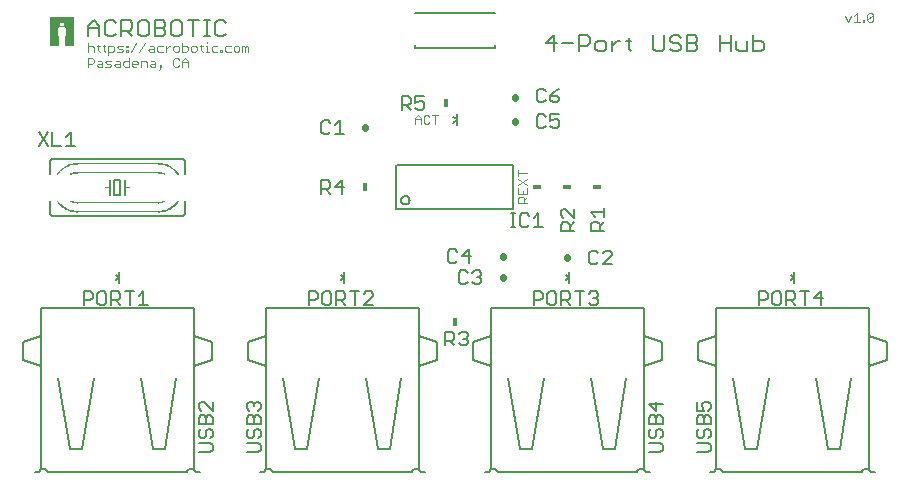
<source format=gto>
G75*
%MOIN*%
%OFA0B0*%
%FSLAX24Y24*%
%IPPOS*%
%LPD*%
%AMOC8*
5,1,8,0,0,1.08239X$1,22.5*
%
%ADD10C,0.0030*%
%ADD11C,0.0060*%
%ADD12C,0.0080*%
%ADD13C,0.0050*%
%ADD14C,0.0220*%
%ADD15R,0.0300X0.0180*%
%ADD16C,0.0002*%
%ADD17C,0.0020*%
%ADD18R,0.0180X0.0300*%
%ADD19C,0.0010*%
D10*
X018590Y014586D02*
X018590Y014732D01*
X018638Y014780D01*
X018735Y014780D01*
X018783Y014732D01*
X018783Y014586D01*
X018880Y014586D02*
X018590Y014586D01*
X018783Y014683D02*
X018880Y014780D01*
X018880Y014881D02*
X018880Y015075D01*
X018880Y015176D02*
X018590Y015369D01*
X018590Y015470D02*
X018590Y015664D01*
X018590Y015567D02*
X018880Y015567D01*
X018880Y015369D02*
X018590Y015176D01*
X018590Y015075D02*
X018590Y014881D01*
X018880Y014881D01*
X018735Y014881D02*
X018735Y014978D01*
X015826Y017215D02*
X015826Y017505D01*
X015729Y017505D02*
X015923Y017505D01*
X015628Y017457D02*
X015580Y017505D01*
X015483Y017505D01*
X015435Y017457D01*
X015435Y017263D01*
X015483Y017215D01*
X015580Y017215D01*
X015628Y017263D01*
X015333Y017215D02*
X015333Y017408D01*
X015237Y017505D01*
X015140Y017408D01*
X015140Y017215D01*
X015140Y017360D02*
X015333Y017360D01*
X009590Y019615D02*
X009590Y019760D01*
X009542Y019808D01*
X009493Y019760D01*
X009493Y019615D01*
X009396Y019615D02*
X009396Y019808D01*
X009445Y019808D01*
X009493Y019760D01*
X009295Y019760D02*
X009247Y019808D01*
X009150Y019808D01*
X009102Y019760D01*
X009102Y019663D01*
X009150Y019615D01*
X009247Y019615D01*
X009295Y019663D01*
X009295Y019760D01*
X009001Y019808D02*
X008855Y019808D01*
X008807Y019760D01*
X008807Y019663D01*
X008855Y019615D01*
X009001Y019615D01*
X008708Y019615D02*
X008708Y019663D01*
X008660Y019663D01*
X008660Y019615D01*
X008708Y019615D01*
X008559Y019615D02*
X008413Y019615D01*
X008365Y019663D01*
X008365Y019760D01*
X008413Y019808D01*
X008559Y019808D01*
X008217Y019808D02*
X008217Y019615D01*
X008169Y019615D02*
X008265Y019615D01*
X008069Y019615D02*
X008021Y019663D01*
X008021Y019857D01*
X008069Y019808D02*
X007972Y019808D01*
X007871Y019760D02*
X007823Y019808D01*
X007726Y019808D01*
X007678Y019760D01*
X007678Y019663D01*
X007726Y019615D01*
X007823Y019615D01*
X007871Y019663D01*
X007871Y019760D01*
X007576Y019760D02*
X007528Y019808D01*
X007383Y019808D01*
X007383Y019905D02*
X007383Y019615D01*
X007528Y019615D01*
X007576Y019663D01*
X007576Y019760D01*
X007282Y019760D02*
X007233Y019808D01*
X007137Y019808D01*
X007088Y019760D01*
X007088Y019663D01*
X007137Y019615D01*
X007233Y019615D01*
X007282Y019663D01*
X007282Y019760D01*
X006988Y019808D02*
X006940Y019808D01*
X006843Y019712D01*
X006843Y019808D02*
X006843Y019615D01*
X006742Y019615D02*
X006596Y019615D01*
X006548Y019663D01*
X006548Y019760D01*
X006596Y019808D01*
X006742Y019808D01*
X006447Y019760D02*
X006447Y019615D01*
X006302Y019615D01*
X006253Y019663D01*
X006302Y019712D01*
X006447Y019712D01*
X006447Y019760D02*
X006399Y019808D01*
X006302Y019808D01*
X006152Y019905D02*
X005959Y019615D01*
X005664Y019615D02*
X005858Y019905D01*
X005565Y019808D02*
X005565Y019760D01*
X005517Y019760D01*
X005517Y019808D01*
X005565Y019808D01*
X005565Y019663D02*
X005565Y019615D01*
X005517Y019615D01*
X005517Y019663D01*
X005565Y019663D01*
X005416Y019663D02*
X005367Y019712D01*
X005271Y019712D01*
X005222Y019760D01*
X005271Y019808D01*
X005416Y019808D01*
X005416Y019663D02*
X005367Y019615D01*
X005222Y019615D01*
X005121Y019663D02*
X005073Y019615D01*
X004928Y019615D01*
X004928Y019518D02*
X004928Y019808D01*
X005073Y019808D01*
X005121Y019760D01*
X005121Y019663D01*
X004828Y019615D02*
X004779Y019663D01*
X004779Y019857D01*
X004731Y019808D02*
X004828Y019808D01*
X004631Y019808D02*
X004535Y019808D01*
X004583Y019857D02*
X004583Y019663D01*
X004631Y019615D01*
X004433Y019615D02*
X004433Y019760D01*
X004385Y019808D01*
X004288Y019808D01*
X004240Y019760D01*
X004240Y019905D02*
X004240Y019615D01*
X004240Y019405D02*
X004385Y019405D01*
X004433Y019357D01*
X004433Y019260D01*
X004385Y019212D01*
X004240Y019212D01*
X004240Y019115D02*
X004240Y019405D01*
X004583Y019308D02*
X004680Y019308D01*
X004728Y019260D01*
X004728Y019115D01*
X004583Y019115D01*
X004535Y019163D01*
X004583Y019212D01*
X004728Y019212D01*
X004829Y019260D02*
X004878Y019308D01*
X005023Y019308D01*
X004974Y019212D02*
X004878Y019212D01*
X004829Y019260D01*
X004829Y019115D02*
X004974Y019115D01*
X005023Y019163D01*
X004974Y019212D01*
X005124Y019163D02*
X005172Y019212D01*
X005317Y019212D01*
X005317Y019260D02*
X005317Y019115D01*
X005172Y019115D01*
X005124Y019163D01*
X005172Y019308D02*
X005269Y019308D01*
X005317Y019260D01*
X005419Y019260D02*
X005467Y019308D01*
X005612Y019308D01*
X005612Y019405D02*
X005612Y019115D01*
X005467Y019115D01*
X005419Y019163D01*
X005419Y019260D01*
X005713Y019260D02*
X005713Y019163D01*
X005762Y019115D01*
X005858Y019115D01*
X005907Y019212D02*
X005713Y019212D01*
X005713Y019260D02*
X005762Y019308D01*
X005858Y019308D01*
X005907Y019260D01*
X005907Y019212D01*
X006008Y019308D02*
X006008Y019115D01*
X006201Y019115D02*
X006201Y019260D01*
X006153Y019308D01*
X006008Y019308D01*
X006303Y019163D02*
X006351Y019212D01*
X006496Y019212D01*
X006496Y019260D02*
X006496Y019115D01*
X006351Y019115D01*
X006303Y019163D01*
X006351Y019308D02*
X006448Y019308D01*
X006496Y019260D01*
X006646Y019163D02*
X006646Y019115D01*
X006694Y019115D01*
X006694Y019163D01*
X006646Y019163D01*
X006694Y019115D02*
X006597Y019018D01*
X007088Y019163D02*
X007088Y019357D01*
X007137Y019405D01*
X007233Y019405D01*
X007282Y019357D01*
X007383Y019308D02*
X007480Y019405D01*
X007576Y019308D01*
X007576Y019115D01*
X007576Y019260D02*
X007383Y019260D01*
X007383Y019308D02*
X007383Y019115D01*
X007282Y019163D02*
X007233Y019115D01*
X007137Y019115D01*
X007088Y019163D01*
X008169Y019808D02*
X008217Y019808D01*
X008217Y019905D02*
X008217Y019954D01*
X029490Y020808D02*
X029587Y020615D01*
X029683Y020808D01*
X029785Y020808D02*
X029881Y020905D01*
X029881Y020615D01*
X029785Y020615D02*
X029978Y020615D01*
X030079Y020615D02*
X030128Y020615D01*
X030128Y020663D01*
X030079Y020663D01*
X030079Y020615D01*
X030227Y020663D02*
X030420Y020857D01*
X030420Y020663D01*
X030372Y020615D01*
X030275Y020615D01*
X030227Y020663D01*
X030227Y020857D01*
X030275Y020905D01*
X030372Y020905D01*
X030420Y020857D01*
D11*
X026771Y019900D02*
X026771Y019720D01*
X026681Y019630D01*
X026411Y019630D01*
X026411Y020170D01*
X026411Y019990D02*
X026681Y019990D01*
X026771Y019900D01*
X026219Y019990D02*
X026219Y019630D01*
X025949Y019630D01*
X025858Y019720D01*
X025858Y019990D01*
X025666Y019900D02*
X025306Y019900D01*
X025306Y019630D02*
X025306Y020170D01*
X025666Y020170D02*
X025666Y019630D01*
X024561Y019720D02*
X024471Y019630D01*
X024201Y019630D01*
X024201Y020170D01*
X024471Y020170D01*
X024561Y020080D01*
X024561Y019990D01*
X024471Y019900D01*
X024201Y019900D01*
X024009Y019810D02*
X024009Y019720D01*
X023919Y019630D01*
X023739Y019630D01*
X023649Y019720D01*
X023456Y019720D02*
X023456Y020170D01*
X023649Y020080D02*
X023649Y019990D01*
X023739Y019900D01*
X023919Y019900D01*
X024009Y019810D01*
X023456Y019720D02*
X023366Y019630D01*
X023186Y019630D01*
X023096Y019720D01*
X023096Y020170D01*
X023649Y020080D02*
X023739Y020170D01*
X023919Y020170D01*
X024009Y020080D01*
X024471Y019900D02*
X024561Y019810D01*
X024561Y019720D01*
X022355Y019630D02*
X022265Y019720D01*
X022265Y020080D01*
X022175Y019990D02*
X022355Y019990D01*
X021985Y019990D02*
X021895Y019990D01*
X021715Y019810D01*
X021715Y019630D02*
X021715Y019990D01*
X021523Y019900D02*
X021433Y019990D01*
X021252Y019990D01*
X021162Y019900D01*
X021162Y019720D01*
X021252Y019630D01*
X021433Y019630D01*
X021523Y019720D01*
X021523Y019900D01*
X020970Y019900D02*
X020880Y019810D01*
X020610Y019810D01*
X020610Y019630D02*
X020610Y020170D01*
X020880Y020170D01*
X020970Y020080D01*
X020970Y019900D01*
X020418Y019900D02*
X020057Y019900D01*
X019865Y019900D02*
X019505Y019900D01*
X019775Y020170D01*
X019775Y019630D01*
X008851Y020220D02*
X008761Y020130D01*
X008581Y020130D01*
X008491Y020220D01*
X008491Y020580D01*
X008581Y020670D01*
X008761Y020670D01*
X008851Y020580D01*
X008302Y020670D02*
X008122Y020670D01*
X008212Y020670D02*
X008212Y020130D01*
X008122Y020130D02*
X008302Y020130D01*
X007750Y020130D02*
X007750Y020670D01*
X007570Y020670D02*
X007930Y020670D01*
X007378Y020580D02*
X007378Y020220D01*
X007288Y020130D01*
X007107Y020130D01*
X007017Y020220D01*
X007017Y020580D01*
X007107Y020670D01*
X007288Y020670D01*
X007378Y020580D01*
X006825Y020580D02*
X006825Y020490D01*
X006735Y020400D01*
X006465Y020400D01*
X006273Y020220D02*
X006183Y020130D01*
X006002Y020130D01*
X005912Y020220D01*
X005912Y020580D01*
X006002Y020670D01*
X006183Y020670D01*
X006273Y020580D01*
X006273Y020220D01*
X006465Y020130D02*
X006735Y020130D01*
X006825Y020220D01*
X006825Y020310D01*
X006735Y020400D01*
X006825Y020580D02*
X006735Y020670D01*
X006465Y020670D01*
X006465Y020130D01*
X005720Y020130D02*
X005540Y020310D01*
X005630Y020310D02*
X005360Y020310D01*
X005360Y020130D02*
X005360Y020670D01*
X005630Y020670D01*
X005720Y020580D01*
X005720Y020400D01*
X005630Y020310D01*
X005168Y020220D02*
X005078Y020130D01*
X004898Y020130D01*
X004807Y020220D01*
X004807Y020580D01*
X004898Y020670D01*
X005078Y020670D01*
X005168Y020580D01*
X004615Y020490D02*
X004615Y020130D01*
X004615Y020400D02*
X004255Y020400D01*
X004255Y020490D02*
X004435Y020670D01*
X004615Y020490D01*
X004255Y020490D02*
X004255Y020130D01*
X003075Y016050D02*
X007375Y016050D01*
X007392Y016048D01*
X007409Y016044D01*
X007425Y016037D01*
X007439Y016027D01*
X007452Y016014D01*
X007462Y016000D01*
X007469Y015984D01*
X007473Y015967D01*
X007475Y015950D01*
X007475Y015550D01*
X007475Y014650D02*
X007475Y014250D01*
X007473Y014233D01*
X007469Y014216D01*
X007462Y014200D01*
X007452Y014186D01*
X007439Y014173D01*
X007425Y014163D01*
X007409Y014156D01*
X007392Y014152D01*
X007375Y014150D01*
X003075Y014150D01*
X003058Y014152D01*
X003041Y014156D01*
X003025Y014163D01*
X003011Y014173D01*
X002998Y014186D01*
X002988Y014200D01*
X002981Y014216D01*
X002977Y014233D01*
X002975Y014250D01*
X002975Y014650D01*
X002975Y015550D02*
X002975Y015950D01*
X002977Y015967D01*
X002981Y015984D01*
X002988Y016000D01*
X002998Y016014D01*
X003011Y016027D01*
X003025Y016037D01*
X003041Y016044D01*
X003058Y016048D01*
X003075Y016050D01*
X004975Y015350D02*
X004975Y015100D01*
X004975Y014850D01*
X005125Y014850D02*
X005325Y014850D01*
X005325Y015350D01*
X005125Y015350D01*
X005125Y014850D01*
X005475Y014850D02*
X005475Y015100D01*
X005475Y015350D01*
D12*
X002548Y005600D02*
X002469Y005600D01*
X002548Y005600D02*
X002568Y005602D01*
X002588Y005607D01*
X002607Y005616D01*
X002624Y005628D01*
X002638Y005642D01*
X002650Y005659D01*
X002659Y005678D01*
X002664Y005698D01*
X002666Y005718D01*
X002784Y005718D01*
X002804Y005716D01*
X002824Y005711D01*
X002843Y005702D01*
X002860Y005690D01*
X002874Y005676D01*
X002886Y005659D01*
X002895Y005640D01*
X002900Y005620D01*
X002902Y005600D01*
X007548Y005600D01*
X007550Y005620D01*
X007555Y005640D01*
X007564Y005659D01*
X007576Y005676D01*
X007590Y005690D01*
X007607Y005702D01*
X007626Y005711D01*
X007645Y005716D01*
X007666Y005718D01*
X007784Y005718D01*
X007784Y009143D01*
X008375Y009340D01*
X008375Y009931D01*
X007784Y010128D01*
X007784Y011072D01*
X002666Y011072D01*
X002666Y010128D01*
X002075Y009931D01*
X002075Y009340D01*
X002666Y009143D01*
X002666Y005718D01*
X002666Y005718D01*
X003650Y006387D02*
X004044Y006387D01*
X004438Y008750D01*
X003256Y008750D02*
X003650Y006387D01*
X006406Y006387D02*
X006012Y008750D01*
X007194Y008750D02*
X006800Y006387D01*
X006406Y006387D01*
X007784Y005718D02*
X007786Y005698D01*
X007791Y005678D01*
X007800Y005659D01*
X007812Y005642D01*
X007826Y005628D01*
X007843Y005616D01*
X007862Y005607D01*
X007882Y005602D01*
X007902Y005600D01*
X007981Y005600D01*
X009969Y005600D02*
X010048Y005600D01*
X010068Y005602D01*
X010088Y005607D01*
X010107Y005616D01*
X010124Y005628D01*
X010138Y005642D01*
X010150Y005659D01*
X010159Y005678D01*
X010164Y005698D01*
X010166Y005718D01*
X010284Y005718D01*
X010304Y005716D01*
X010324Y005711D01*
X010343Y005702D01*
X010360Y005690D01*
X010374Y005676D01*
X010386Y005659D01*
X010395Y005640D01*
X010400Y005620D01*
X010402Y005600D01*
X015048Y005600D01*
X015050Y005620D01*
X015055Y005640D01*
X015064Y005659D01*
X015076Y005676D01*
X015090Y005690D01*
X015107Y005702D01*
X015126Y005711D01*
X015145Y005716D01*
X015166Y005718D01*
X015284Y005718D01*
X015284Y009143D01*
X015875Y009340D01*
X015875Y009931D01*
X015284Y010128D01*
X015284Y011072D01*
X010166Y011072D01*
X010166Y010128D01*
X009575Y009931D01*
X009575Y009340D01*
X010166Y009143D01*
X010166Y005718D01*
X010166Y005718D01*
X011150Y006387D02*
X011544Y006387D01*
X011938Y008750D01*
X010756Y008750D02*
X011150Y006387D01*
X013906Y006387D02*
X013512Y008750D01*
X014694Y008750D02*
X014300Y006387D01*
X013906Y006387D01*
X015284Y005718D02*
X015286Y005698D01*
X015291Y005678D01*
X015300Y005659D01*
X015312Y005642D01*
X015326Y005628D01*
X015343Y005616D01*
X015362Y005607D01*
X015382Y005602D01*
X015402Y005600D01*
X015481Y005600D01*
X017469Y005600D02*
X017548Y005600D01*
X017568Y005602D01*
X017588Y005607D01*
X017607Y005616D01*
X017624Y005628D01*
X017638Y005642D01*
X017650Y005659D01*
X017659Y005678D01*
X017664Y005698D01*
X017666Y005718D01*
X017784Y005718D01*
X017804Y005716D01*
X017824Y005711D01*
X017843Y005702D01*
X017860Y005690D01*
X017874Y005676D01*
X017886Y005659D01*
X017895Y005640D01*
X017900Y005620D01*
X017902Y005600D01*
X022548Y005600D01*
X022550Y005620D01*
X022555Y005640D01*
X022564Y005659D01*
X022576Y005676D01*
X022590Y005690D01*
X022607Y005702D01*
X022626Y005711D01*
X022645Y005716D01*
X022666Y005718D01*
X022784Y005718D01*
X022784Y009143D01*
X023375Y009340D01*
X023375Y009931D01*
X022784Y010128D01*
X022784Y011072D01*
X017666Y011072D01*
X017666Y010128D01*
X017075Y009931D01*
X017075Y009340D01*
X017666Y009143D01*
X017666Y005718D01*
X017666Y005718D01*
X018650Y006387D02*
X019044Y006387D01*
X019438Y008750D01*
X018256Y008750D02*
X018650Y006387D01*
X021406Y006387D02*
X021012Y008750D01*
X022194Y008750D02*
X021800Y006387D01*
X021406Y006387D01*
X022784Y005718D02*
X022786Y005698D01*
X022791Y005678D01*
X022800Y005659D01*
X022812Y005642D01*
X022826Y005628D01*
X022843Y005616D01*
X022862Y005607D01*
X022882Y005602D01*
X022902Y005600D01*
X022981Y005600D01*
X024969Y005600D02*
X025048Y005600D01*
X025068Y005602D01*
X025088Y005607D01*
X025107Y005616D01*
X025124Y005628D01*
X025138Y005642D01*
X025150Y005659D01*
X025159Y005678D01*
X025164Y005698D01*
X025166Y005718D01*
X025284Y005718D01*
X025304Y005716D01*
X025324Y005711D01*
X025343Y005702D01*
X025360Y005690D01*
X025374Y005676D01*
X025386Y005659D01*
X025395Y005640D01*
X025400Y005620D01*
X025402Y005600D01*
X030048Y005600D01*
X030050Y005620D01*
X030055Y005640D01*
X030064Y005659D01*
X030076Y005676D01*
X030090Y005690D01*
X030107Y005702D01*
X030126Y005711D01*
X030145Y005716D01*
X030166Y005718D01*
X030284Y005718D01*
X030284Y009143D01*
X030875Y009340D01*
X030875Y009931D01*
X030284Y010128D01*
X030284Y011072D01*
X025166Y011072D01*
X025166Y010128D01*
X024575Y009931D01*
X024575Y009340D01*
X025166Y009143D01*
X025166Y005718D01*
X025166Y005718D01*
X026150Y006387D02*
X026544Y006387D01*
X026938Y008750D01*
X025756Y008750D02*
X026150Y006387D01*
X028906Y006387D02*
X028512Y008750D01*
X029694Y008750D02*
X029300Y006387D01*
X028906Y006387D01*
X030284Y005718D02*
X030286Y005698D01*
X030291Y005678D01*
X030300Y005659D01*
X030312Y005642D01*
X030326Y005628D01*
X030343Y005616D01*
X030362Y005607D01*
X030382Y005602D01*
X030402Y005600D01*
X030481Y005600D01*
X030284Y009143D02*
X030284Y010128D01*
X027792Y011919D02*
X027792Y012100D01*
X027670Y012008D01*
X027792Y012100D02*
X027792Y012281D01*
X027670Y012186D02*
X027786Y012110D01*
X025166Y010128D02*
X025166Y009143D01*
X022784Y009143D02*
X022784Y010128D01*
X020292Y011919D02*
X020292Y012100D01*
X020170Y012008D01*
X020292Y012100D02*
X020292Y012281D01*
X020170Y012186D02*
X020286Y012110D01*
X018424Y014372D02*
X018424Y015828D01*
X014534Y015828D01*
X014526Y015828D02*
X014526Y014372D01*
X018424Y014372D01*
X014679Y014667D02*
X014681Y014690D01*
X014687Y014713D01*
X014696Y014735D01*
X014709Y014754D01*
X014725Y014771D01*
X014743Y014786D01*
X014764Y014797D01*
X014786Y014805D01*
X014809Y014809D01*
X014833Y014809D01*
X014856Y014805D01*
X014878Y014797D01*
X014899Y014786D01*
X014917Y014771D01*
X014933Y014754D01*
X014946Y014735D01*
X014955Y014713D01*
X014961Y014690D01*
X014963Y014667D01*
X014961Y014644D01*
X014955Y014621D01*
X014946Y014599D01*
X014933Y014580D01*
X014917Y014563D01*
X014899Y014548D01*
X014878Y014537D01*
X014856Y014529D01*
X014833Y014525D01*
X014809Y014525D01*
X014786Y014529D01*
X014764Y014537D01*
X014743Y014548D01*
X014725Y014563D01*
X014709Y014580D01*
X014696Y014599D01*
X014687Y014621D01*
X014681Y014644D01*
X014679Y014667D01*
X012792Y012281D02*
X012792Y012100D01*
X012670Y012008D01*
X012792Y011919D02*
X012792Y012100D01*
X012786Y012110D02*
X012670Y012186D01*
X010166Y010128D02*
X010166Y009143D01*
X007784Y009143D02*
X007784Y010128D01*
X005292Y011919D02*
X005292Y012100D01*
X005170Y012008D01*
X005292Y012100D02*
X005292Y012281D01*
X005170Y012186D02*
X005286Y012110D01*
X002666Y010128D02*
X002666Y009143D01*
X015284Y009143D02*
X015284Y010128D01*
X017666Y010128D02*
X017666Y009143D01*
X016542Y017169D02*
X016542Y017350D01*
X016420Y017258D01*
X016542Y017350D02*
X016542Y017531D01*
X016420Y017436D02*
X016536Y017360D01*
X017814Y019728D02*
X015136Y019728D01*
X015136Y019858D01*
X015136Y020921D02*
X017814Y020921D01*
X017814Y019858D02*
X017814Y019728D01*
D13*
X019200Y018300D02*
X019275Y018375D01*
X019425Y018375D01*
X019500Y018300D01*
X019660Y018150D02*
X019886Y018150D01*
X019961Y018075D01*
X019961Y018000D01*
X019886Y017925D01*
X019735Y017925D01*
X019660Y018000D01*
X019660Y018150D01*
X019811Y018300D01*
X019961Y018375D01*
X019500Y018000D02*
X019425Y017925D01*
X019275Y017925D01*
X019200Y018000D01*
X019200Y018300D01*
X019275Y017525D02*
X019200Y017450D01*
X019200Y017150D01*
X019275Y017075D01*
X019425Y017075D01*
X019500Y017150D01*
X019660Y017150D02*
X019735Y017075D01*
X019886Y017075D01*
X019961Y017150D01*
X019961Y017300D01*
X019886Y017375D01*
X019811Y017375D01*
X019660Y017300D01*
X019660Y017525D01*
X019961Y017525D01*
X019500Y017450D02*
X019425Y017525D01*
X019275Y017525D01*
X015461Y017750D02*
X015386Y017675D01*
X015235Y017675D01*
X015160Y017750D01*
X015160Y017900D02*
X015311Y017975D01*
X015386Y017975D01*
X015461Y017900D01*
X015461Y017750D01*
X015160Y017900D02*
X015160Y018125D01*
X015461Y018125D01*
X015000Y018050D02*
X015000Y017900D01*
X014925Y017825D01*
X014700Y017825D01*
X014700Y017675D02*
X014700Y018125D01*
X014925Y018125D01*
X015000Y018050D01*
X014850Y017825D02*
X015000Y017675D01*
X012790Y016875D02*
X012490Y016875D01*
X012640Y016875D02*
X012640Y017325D01*
X012490Y017175D01*
X012329Y017250D02*
X012254Y017325D01*
X012104Y017325D01*
X012029Y017250D01*
X012029Y016950D01*
X012104Y016875D01*
X012254Y016875D01*
X012329Y016950D01*
X012254Y015325D02*
X012029Y015325D01*
X012029Y014875D01*
X012029Y015025D02*
X012254Y015025D01*
X012329Y015100D01*
X012329Y015250D01*
X012254Y015325D01*
X012490Y015100D02*
X012715Y015325D01*
X012715Y014875D01*
X012790Y015100D02*
X012490Y015100D01*
X012329Y014875D02*
X012179Y015025D01*
X016250Y012950D02*
X016250Y012650D01*
X016325Y012575D01*
X016475Y012575D01*
X016550Y012650D01*
X016710Y012800D02*
X017011Y012800D01*
X016936Y012575D02*
X016936Y013025D01*
X016710Y012800D01*
X016550Y012950D02*
X016475Y013025D01*
X016325Y013025D01*
X016250Y012950D01*
X016675Y012325D02*
X016600Y012250D01*
X016600Y011950D01*
X016675Y011875D01*
X016825Y011875D01*
X016900Y011950D01*
X017060Y011950D02*
X017135Y011875D01*
X017286Y011875D01*
X017361Y011950D01*
X017361Y012025D01*
X017286Y012100D01*
X017211Y012100D01*
X017286Y012100D02*
X017361Y012175D01*
X017361Y012250D01*
X017286Y012325D01*
X017135Y012325D01*
X017060Y012250D01*
X016900Y012250D02*
X016825Y012325D01*
X016675Y012325D01*
X018336Y013775D02*
X018486Y013775D01*
X018411Y013775D02*
X018411Y014225D01*
X018336Y014225D02*
X018486Y014225D01*
X018643Y014150D02*
X018643Y013850D01*
X018718Y013775D01*
X018868Y013775D01*
X018943Y013850D01*
X019103Y013775D02*
X019404Y013775D01*
X019254Y013775D02*
X019254Y014225D01*
X019103Y014075D01*
X018943Y014150D02*
X018868Y014225D01*
X018718Y014225D01*
X018643Y014150D01*
X020000Y014160D02*
X020075Y014085D01*
X020000Y014160D02*
X020000Y014311D01*
X020075Y014386D01*
X020150Y014386D01*
X020450Y014085D01*
X020450Y014386D01*
X021000Y014265D02*
X021450Y014265D01*
X021450Y014115D02*
X021450Y014415D01*
X021150Y014115D02*
X021000Y014265D01*
X021075Y013954D02*
X021225Y013954D01*
X021300Y013879D01*
X021300Y013654D01*
X021450Y013654D02*
X021000Y013654D01*
X021000Y013879D01*
X021075Y013954D01*
X021300Y013804D02*
X021450Y013954D01*
X020450Y013925D02*
X020300Y013775D01*
X020300Y013850D02*
X020300Y013625D01*
X020450Y013625D02*
X020000Y013625D01*
X020000Y013850D01*
X020075Y013925D01*
X020225Y013925D01*
X020300Y013850D01*
X021025Y012975D02*
X020950Y012900D01*
X020950Y012600D01*
X021025Y012525D01*
X021175Y012525D01*
X021250Y012600D01*
X021410Y012525D02*
X021711Y012825D01*
X021711Y012900D01*
X021636Y012975D01*
X021485Y012975D01*
X021410Y012900D01*
X021250Y012900D02*
X021175Y012975D01*
X021025Y012975D01*
X021410Y012525D02*
X021711Y012525D01*
X021166Y011625D02*
X021016Y011625D01*
X020941Y011550D01*
X020780Y011625D02*
X020480Y011625D01*
X020630Y011625D02*
X020630Y011175D01*
X020320Y011175D02*
X020170Y011325D01*
X020245Y011325D02*
X020020Y011325D01*
X020020Y011175D02*
X020020Y011625D01*
X020245Y011625D01*
X020320Y011550D01*
X020320Y011400D01*
X020245Y011325D01*
X019860Y011250D02*
X019785Y011175D01*
X019634Y011175D01*
X019559Y011250D01*
X019559Y011550D01*
X019634Y011625D01*
X019785Y011625D01*
X019860Y011550D01*
X019860Y011250D01*
X019399Y011400D02*
X019324Y011325D01*
X019099Y011325D01*
X019099Y011175D02*
X019099Y011625D01*
X019324Y011625D01*
X019399Y011550D01*
X019399Y011400D01*
X020941Y011250D02*
X021016Y011175D01*
X021166Y011175D01*
X021241Y011250D01*
X021241Y011325D01*
X021166Y011400D01*
X021091Y011400D01*
X021166Y011400D02*
X021241Y011475D01*
X021241Y011550D01*
X021166Y011625D01*
X016911Y010200D02*
X016911Y010125D01*
X016836Y010050D01*
X016911Y009975D01*
X016911Y009900D01*
X016836Y009825D01*
X016685Y009825D01*
X016610Y009900D01*
X016450Y009825D02*
X016300Y009975D01*
X016375Y009975D02*
X016150Y009975D01*
X016150Y009825D02*
X016150Y010275D01*
X016375Y010275D01*
X016450Y010200D01*
X016450Y010050D01*
X016375Y009975D01*
X016610Y010200D02*
X016685Y010275D01*
X016836Y010275D01*
X016911Y010200D01*
X016836Y010050D02*
X016761Y010050D01*
X013741Y011175D02*
X013441Y011175D01*
X013741Y011475D01*
X013741Y011550D01*
X013666Y011625D01*
X013516Y011625D01*
X013441Y011550D01*
X013280Y011625D02*
X012980Y011625D01*
X013130Y011625D02*
X013130Y011175D01*
X012820Y011175D02*
X012670Y011325D01*
X012745Y011325D02*
X012520Y011325D01*
X012520Y011175D02*
X012520Y011625D01*
X012745Y011625D01*
X012820Y011550D01*
X012820Y011400D01*
X012745Y011325D01*
X012360Y011250D02*
X012285Y011175D01*
X012134Y011175D01*
X012059Y011250D01*
X012059Y011550D01*
X012134Y011625D01*
X012285Y011625D01*
X012360Y011550D01*
X012360Y011250D01*
X011899Y011400D02*
X011899Y011550D01*
X011824Y011625D01*
X011599Y011625D01*
X011599Y011175D01*
X011599Y011325D02*
X011824Y011325D01*
X011899Y011400D01*
X009925Y007956D02*
X009850Y007956D01*
X009775Y007881D01*
X009775Y007806D01*
X009775Y007881D02*
X009700Y007956D01*
X009625Y007956D01*
X009550Y007881D01*
X009550Y007731D01*
X009625Y007656D01*
X009625Y007496D02*
X009550Y007421D01*
X009550Y007196D01*
X010000Y007196D01*
X010000Y007421D01*
X009925Y007496D01*
X009850Y007496D01*
X009775Y007421D01*
X009775Y007196D01*
X009850Y007036D02*
X009925Y007036D01*
X010000Y006961D01*
X010000Y006810D01*
X009925Y006735D01*
X009925Y006575D02*
X009550Y006575D01*
X009625Y006735D02*
X009550Y006810D01*
X009550Y006961D01*
X009625Y007036D01*
X009775Y006961D02*
X009850Y007036D01*
X009775Y006961D02*
X009775Y006810D01*
X009700Y006735D01*
X009625Y006735D01*
X009925Y006575D02*
X010000Y006500D01*
X010000Y006350D01*
X009925Y006275D01*
X009550Y006275D01*
X008400Y006350D02*
X008400Y006500D01*
X008325Y006575D01*
X007950Y006575D01*
X008025Y006735D02*
X008100Y006735D01*
X008175Y006810D01*
X008175Y006961D01*
X008250Y007036D01*
X008325Y007036D01*
X008400Y006961D01*
X008400Y006810D01*
X008325Y006735D01*
X008025Y006735D02*
X007950Y006810D01*
X007950Y006961D01*
X008025Y007036D01*
X007950Y007196D02*
X007950Y007421D01*
X008025Y007496D01*
X008100Y007496D01*
X008175Y007421D01*
X008175Y007196D01*
X008175Y007421D02*
X008250Y007496D01*
X008325Y007496D01*
X008400Y007421D01*
X008400Y007196D01*
X007950Y007196D01*
X008025Y007656D02*
X007950Y007731D01*
X007950Y007881D01*
X008025Y007956D01*
X008100Y007956D01*
X008400Y007656D01*
X008400Y007956D01*
X009625Y007496D02*
X009700Y007496D01*
X009775Y007421D01*
X009925Y007656D02*
X010000Y007731D01*
X010000Y007881D01*
X009925Y007956D01*
X008400Y006350D02*
X008325Y006275D01*
X007950Y006275D01*
X006241Y011175D02*
X005941Y011175D01*
X006091Y011175D02*
X006091Y011625D01*
X005941Y011475D01*
X005780Y011625D02*
X005480Y011625D01*
X005630Y011625D02*
X005630Y011175D01*
X005320Y011175D02*
X005170Y011325D01*
X005245Y011325D02*
X005020Y011325D01*
X005020Y011175D02*
X005020Y011625D01*
X005245Y011625D01*
X005320Y011550D01*
X005320Y011400D01*
X005245Y011325D01*
X004860Y011250D02*
X004785Y011175D01*
X004634Y011175D01*
X004559Y011250D01*
X004559Y011550D01*
X004634Y011625D01*
X004785Y011625D01*
X004860Y011550D01*
X004860Y011250D01*
X004399Y011400D02*
X004399Y011550D01*
X004324Y011625D01*
X004099Y011625D01*
X004099Y011175D01*
X004099Y011325D02*
X004324Y011325D01*
X004399Y011400D01*
X003821Y016475D02*
X003521Y016475D01*
X003671Y016475D02*
X003671Y016925D01*
X003521Y016775D01*
X003361Y016475D02*
X003060Y016475D01*
X003060Y016925D01*
X002900Y016925D02*
X002600Y016475D01*
X002900Y016475D02*
X002600Y016925D01*
X022950Y007881D02*
X023175Y007656D01*
X023175Y007956D01*
X023400Y007881D02*
X022950Y007881D01*
X023025Y007496D02*
X023100Y007496D01*
X023175Y007421D01*
X023175Y007196D01*
X023250Y007036D02*
X023325Y007036D01*
X023400Y006961D01*
X023400Y006810D01*
X023325Y006735D01*
X023325Y006575D02*
X022950Y006575D01*
X023025Y006735D02*
X023100Y006735D01*
X023175Y006810D01*
X023175Y006961D01*
X023250Y007036D01*
X023400Y007196D02*
X022950Y007196D01*
X022950Y007421D01*
X023025Y007496D01*
X023175Y007421D02*
X023250Y007496D01*
X023325Y007496D01*
X023400Y007421D01*
X023400Y007196D01*
X023025Y007036D02*
X022950Y006961D01*
X022950Y006810D01*
X023025Y006735D01*
X023325Y006575D02*
X023400Y006500D01*
X023400Y006350D01*
X023325Y006275D01*
X022950Y006275D01*
X024550Y006275D02*
X024925Y006275D01*
X025000Y006350D01*
X025000Y006500D01*
X024925Y006575D01*
X024550Y006575D01*
X024625Y006735D02*
X024700Y006735D01*
X024775Y006810D01*
X024775Y006961D01*
X024850Y007036D01*
X024925Y007036D01*
X025000Y006961D01*
X025000Y006810D01*
X024925Y006735D01*
X024625Y006735D02*
X024550Y006810D01*
X024550Y006961D01*
X024625Y007036D01*
X024550Y007196D02*
X024550Y007421D01*
X024625Y007496D01*
X024700Y007496D01*
X024775Y007421D01*
X024775Y007196D01*
X024775Y007421D02*
X024850Y007496D01*
X024925Y007496D01*
X025000Y007421D01*
X025000Y007196D01*
X024550Y007196D01*
X024550Y007656D02*
X024775Y007656D01*
X024700Y007806D01*
X024700Y007881D01*
X024775Y007956D01*
X024925Y007956D01*
X025000Y007881D01*
X025000Y007731D01*
X024925Y007656D01*
X024550Y007656D02*
X024550Y007956D01*
X026599Y011175D02*
X026599Y011625D01*
X026824Y011625D01*
X026899Y011550D01*
X026899Y011400D01*
X026824Y011325D01*
X026599Y011325D01*
X027059Y011250D02*
X027134Y011175D01*
X027285Y011175D01*
X027360Y011250D01*
X027360Y011550D01*
X027285Y011625D01*
X027134Y011625D01*
X027059Y011550D01*
X027059Y011250D01*
X027520Y011175D02*
X027520Y011625D01*
X027745Y011625D01*
X027820Y011550D01*
X027820Y011400D01*
X027745Y011325D01*
X027520Y011325D01*
X027670Y011325D02*
X027820Y011175D01*
X028130Y011175D02*
X028130Y011625D01*
X027980Y011625D02*
X028280Y011625D01*
X028441Y011400D02*
X028741Y011400D01*
X028666Y011175D02*
X028666Y011625D01*
X028441Y011400D01*
D14*
X020225Y012738D02*
X020225Y012762D01*
X018075Y012812D02*
X018075Y012788D01*
X018075Y012112D02*
X018075Y012088D01*
X013475Y017088D02*
X013475Y017112D01*
X018475Y017312D02*
X018475Y017288D01*
X018475Y018088D02*
X018475Y018112D01*
D15*
X019225Y015100D03*
X020225Y015100D03*
X021225Y015100D03*
D16*
X007243Y015555D02*
X007228Y015545D01*
X007228Y015546D02*
X007196Y015590D01*
X007161Y015632D01*
X007122Y015671D01*
X007081Y015708D01*
X007038Y015741D01*
X006993Y015772D01*
X006945Y015799D01*
X006896Y015823D01*
X006845Y015844D01*
X006793Y015860D01*
X006739Y015874D01*
X006685Y015883D01*
X006631Y015889D01*
X006576Y015891D01*
X006575Y015908D01*
X006576Y015909D01*
X006632Y015907D01*
X006688Y015901D01*
X006743Y015891D01*
X006798Y015878D01*
X006851Y015861D01*
X006903Y015840D01*
X006953Y015815D01*
X007002Y015787D01*
X007049Y015756D01*
X007093Y015721D01*
X007135Y015684D01*
X007174Y015644D01*
X007210Y015601D01*
X007243Y015556D01*
X007242Y015555D01*
X007209Y015600D01*
X007173Y015643D01*
X007134Y015683D01*
X007092Y015721D01*
X007048Y015755D01*
X007001Y015786D01*
X006953Y015814D01*
X006902Y015839D01*
X006851Y015860D01*
X006797Y015877D01*
X006743Y015890D01*
X006688Y015900D01*
X006632Y015906D01*
X006576Y015908D01*
X006576Y015907D01*
X006632Y015905D01*
X006688Y015899D01*
X006743Y015889D01*
X006797Y015876D01*
X006850Y015859D01*
X006902Y015838D01*
X006952Y015813D01*
X007001Y015785D01*
X007047Y015754D01*
X007092Y015720D01*
X007133Y015683D01*
X007172Y015643D01*
X007209Y015600D01*
X007242Y015555D01*
X007241Y015554D01*
X007208Y015599D01*
X007172Y015642D01*
X007133Y015682D01*
X007091Y015719D01*
X007047Y015753D01*
X007000Y015785D01*
X006952Y015812D01*
X006902Y015837D01*
X006850Y015858D01*
X006797Y015875D01*
X006742Y015888D01*
X006687Y015898D01*
X006632Y015904D01*
X006576Y015906D01*
X006576Y015905D01*
X006632Y015903D01*
X006687Y015897D01*
X006742Y015887D01*
X006796Y015874D01*
X006850Y015857D01*
X006901Y015836D01*
X006951Y015812D01*
X007000Y015784D01*
X007046Y015753D01*
X007090Y015718D01*
X007132Y015681D01*
X007171Y015641D01*
X007207Y015599D01*
X007240Y015554D01*
X007239Y015553D01*
X007206Y015598D01*
X007170Y015641D01*
X007131Y015680D01*
X007090Y015718D01*
X007046Y015752D01*
X006999Y015783D01*
X006951Y015811D01*
X006901Y015835D01*
X006849Y015856D01*
X006796Y015873D01*
X006742Y015886D01*
X006687Y015896D01*
X006632Y015902D01*
X006576Y015904D01*
X006576Y015903D01*
X006632Y015901D01*
X006687Y015895D01*
X006742Y015885D01*
X006796Y015872D01*
X006849Y015855D01*
X006900Y015834D01*
X006951Y015810D01*
X006999Y015782D01*
X007045Y015751D01*
X007089Y015717D01*
X007131Y015680D01*
X007169Y015640D01*
X007205Y015597D01*
X007238Y015553D01*
X007238Y015552D01*
X007205Y015597D01*
X007169Y015639D01*
X007130Y015679D01*
X007088Y015716D01*
X007044Y015750D01*
X006998Y015781D01*
X006950Y015809D01*
X006900Y015833D01*
X006848Y015854D01*
X006796Y015871D01*
X006742Y015885D01*
X006687Y015894D01*
X006632Y015900D01*
X006576Y015902D01*
X006576Y015901D01*
X006631Y015899D01*
X006687Y015893D01*
X006741Y015884D01*
X006795Y015870D01*
X006848Y015853D01*
X006900Y015832D01*
X006950Y015808D01*
X006998Y015780D01*
X007044Y015749D01*
X007088Y015715D01*
X007129Y015678D01*
X007168Y015639D01*
X007204Y015596D01*
X007237Y015551D01*
X007236Y015551D01*
X007203Y015596D01*
X007167Y015638D01*
X007129Y015678D01*
X007087Y015715D01*
X007043Y015749D01*
X006997Y015779D01*
X006949Y015807D01*
X006899Y015831D01*
X006848Y015852D01*
X006795Y015869D01*
X006741Y015883D01*
X006687Y015892D01*
X006631Y015898D01*
X006576Y015900D01*
X006576Y015899D01*
X006631Y015897D01*
X006686Y015891D01*
X006741Y015882D01*
X006795Y015868D01*
X006847Y015851D01*
X006899Y015830D01*
X006949Y015806D01*
X006997Y015779D01*
X007043Y015748D01*
X007087Y015714D01*
X007128Y015677D01*
X007166Y015637D01*
X007202Y015595D01*
X007235Y015550D01*
X007234Y015550D01*
X007201Y015594D01*
X007166Y015637D01*
X007127Y015676D01*
X007086Y015713D01*
X007042Y015747D01*
X006996Y015778D01*
X006948Y015805D01*
X006898Y015830D01*
X006847Y015850D01*
X006794Y015867D01*
X006741Y015881D01*
X006686Y015890D01*
X006631Y015896D01*
X006576Y015898D01*
X006576Y015897D01*
X006631Y015895D01*
X006686Y015889D01*
X006741Y015880D01*
X006794Y015866D01*
X006847Y015849D01*
X006898Y015829D01*
X006948Y015804D01*
X006996Y015777D01*
X007042Y015746D01*
X007085Y015712D01*
X007126Y015675D01*
X007165Y015636D01*
X007201Y015594D01*
X007233Y015549D01*
X007200Y015593D01*
X007164Y015635D01*
X007126Y015675D01*
X007085Y015712D01*
X007041Y015745D01*
X006995Y015776D01*
X006947Y015804D01*
X006898Y015828D01*
X006846Y015848D01*
X006794Y015865D01*
X006740Y015879D01*
X006686Y015888D01*
X006631Y015894D01*
X006576Y015896D01*
X006576Y015895D01*
X006631Y015893D01*
X006686Y015887D01*
X006740Y015878D01*
X006794Y015864D01*
X006846Y015847D01*
X006897Y015827D01*
X006947Y015803D01*
X006995Y015775D01*
X007040Y015745D01*
X007084Y015711D01*
X007125Y015674D01*
X007163Y015635D01*
X007199Y015592D01*
X007232Y015548D01*
X007231Y015547D01*
X007198Y015592D01*
X007163Y015634D01*
X007124Y015673D01*
X007083Y015710D01*
X007040Y015744D01*
X006994Y015774D01*
X006946Y015802D01*
X006897Y015826D01*
X006846Y015846D01*
X006793Y015863D01*
X006740Y015877D01*
X006686Y015886D01*
X006631Y015892D01*
X006576Y015894D01*
X006576Y015893D01*
X006631Y015891D01*
X006686Y015885D01*
X006740Y015876D01*
X006793Y015862D01*
X006845Y015845D01*
X006896Y015825D01*
X006946Y015801D01*
X006994Y015774D01*
X007039Y015743D01*
X007083Y015709D01*
X007124Y015673D01*
X007162Y015633D01*
X007198Y015591D01*
X007230Y015547D01*
X007229Y015546D01*
X007197Y015591D01*
X007161Y015632D01*
X007123Y015672D01*
X007082Y015708D01*
X007039Y015742D01*
X006993Y015773D01*
X006945Y015800D01*
X006896Y015824D01*
X006845Y015845D01*
X006793Y015861D01*
X006740Y015875D01*
X006685Y015884D01*
X006631Y015890D01*
X006576Y015892D01*
X006576Y014292D02*
X006576Y014310D01*
X006576Y014309D02*
X006631Y014311D01*
X006685Y014317D01*
X006739Y014326D01*
X006793Y014340D01*
X006845Y014356D01*
X006896Y014377D01*
X006945Y014401D01*
X006993Y014428D01*
X007038Y014459D01*
X007081Y014492D01*
X007122Y014529D01*
X007161Y014568D01*
X007196Y014610D01*
X007228Y014654D01*
X007243Y014645D01*
X007243Y014644D01*
X007210Y014599D01*
X007174Y014556D01*
X007135Y014516D01*
X007093Y014479D01*
X007049Y014444D01*
X007002Y014413D01*
X006953Y014385D01*
X006903Y014360D01*
X006851Y014340D01*
X006798Y014322D01*
X006743Y014309D01*
X006688Y014299D01*
X006632Y014293D01*
X006576Y014291D01*
X006576Y014292D01*
X006632Y014294D01*
X006688Y014300D01*
X006743Y014310D01*
X006797Y014323D01*
X006851Y014340D01*
X006903Y014361D01*
X006953Y014386D01*
X007002Y014414D01*
X007048Y014445D01*
X007092Y014479D01*
X007134Y014517D01*
X007173Y014557D01*
X007209Y014600D01*
X007243Y014645D01*
X007242Y014645D01*
X007209Y014600D01*
X007172Y014557D01*
X007133Y014517D01*
X007092Y014480D01*
X007047Y014446D01*
X007001Y014415D01*
X006952Y014387D01*
X006902Y014362D01*
X006850Y014341D01*
X006797Y014324D01*
X006743Y014311D01*
X006688Y014301D01*
X006632Y014295D01*
X006576Y014293D01*
X006576Y014294D01*
X006632Y014296D01*
X006687Y014302D01*
X006743Y014312D01*
X006797Y014325D01*
X006850Y014342D01*
X006902Y014363D01*
X006952Y014388D01*
X007000Y014415D01*
X007047Y014447D01*
X007091Y014481D01*
X007133Y014518D01*
X007172Y014558D01*
X007208Y014601D01*
X007241Y014646D01*
X007240Y014646D01*
X007207Y014601D01*
X007171Y014559D01*
X007132Y014519D01*
X007090Y014482D01*
X007046Y014447D01*
X007000Y014416D01*
X006952Y014388D01*
X006901Y014364D01*
X006850Y014343D01*
X006796Y014326D01*
X006742Y014313D01*
X006687Y014303D01*
X006632Y014297D01*
X006576Y014295D01*
X006576Y014296D01*
X006632Y014298D01*
X006687Y014304D01*
X006742Y014314D01*
X006796Y014327D01*
X006849Y014344D01*
X006901Y014365D01*
X006951Y014389D01*
X006999Y014417D01*
X007046Y014448D01*
X007090Y014482D01*
X007131Y014520D01*
X007170Y014559D01*
X007206Y014602D01*
X007239Y014647D01*
X007238Y014648D01*
X007205Y014603D01*
X007169Y014560D01*
X007131Y014520D01*
X007089Y014483D01*
X007045Y014449D01*
X006999Y014418D01*
X006951Y014390D01*
X006901Y014366D01*
X006849Y014345D01*
X006796Y014328D01*
X006742Y014315D01*
X006687Y014305D01*
X006632Y014299D01*
X006576Y014297D01*
X006576Y014298D01*
X006632Y014300D01*
X006687Y014306D01*
X006742Y014316D01*
X006796Y014329D01*
X006849Y014346D01*
X006900Y014367D01*
X006950Y014391D01*
X006998Y014419D01*
X007045Y014450D01*
X007088Y014484D01*
X007130Y014521D01*
X007169Y014561D01*
X007205Y014603D01*
X007238Y014648D01*
X007237Y014649D01*
X007204Y014604D01*
X007168Y014561D01*
X007129Y014522D01*
X007088Y014485D01*
X007044Y014451D01*
X006998Y014420D01*
X006950Y014392D01*
X006900Y014368D01*
X006848Y014347D01*
X006795Y014330D01*
X006741Y014316D01*
X006687Y014307D01*
X006632Y014301D01*
X006576Y014299D01*
X006576Y014300D01*
X006631Y014302D01*
X006687Y014308D01*
X006741Y014317D01*
X006795Y014331D01*
X006848Y014348D01*
X006899Y014369D01*
X006949Y014393D01*
X006997Y014421D01*
X007043Y014451D01*
X007087Y014485D01*
X007129Y014522D01*
X007167Y014562D01*
X007203Y014605D01*
X007236Y014649D01*
X007235Y014650D01*
X007202Y014605D01*
X007166Y014563D01*
X007128Y014523D01*
X007087Y014486D01*
X007043Y014452D01*
X006997Y014421D01*
X006949Y014394D01*
X006899Y014370D01*
X006848Y014349D01*
X006795Y014332D01*
X006741Y014318D01*
X006687Y014309D01*
X006631Y014303D01*
X006576Y014301D01*
X006576Y014302D01*
X006631Y014304D01*
X006686Y014310D01*
X006741Y014319D01*
X006795Y014333D01*
X006847Y014350D01*
X006899Y014371D01*
X006948Y014395D01*
X006996Y014422D01*
X007042Y014453D01*
X007086Y014487D01*
X007127Y014524D01*
X007166Y014564D01*
X007202Y014606D01*
X007234Y014650D01*
X007233Y014651D01*
X007201Y014606D01*
X007165Y014564D01*
X007126Y014525D01*
X007085Y014488D01*
X007042Y014454D01*
X006996Y014423D01*
X006948Y014396D01*
X006898Y014371D01*
X006847Y014351D01*
X006794Y014334D01*
X006741Y014320D01*
X006686Y014311D01*
X006631Y014305D01*
X006576Y014303D01*
X006576Y014304D01*
X006631Y014306D01*
X006686Y014312D01*
X006740Y014321D01*
X006794Y014335D01*
X006846Y014352D01*
X006898Y014372D01*
X006947Y014396D01*
X006995Y014424D01*
X007041Y014455D01*
X007085Y014489D01*
X007126Y014525D01*
X007164Y014565D01*
X007200Y014607D01*
X007233Y014651D01*
X007232Y014652D01*
X007199Y014608D01*
X007164Y014566D01*
X007125Y014526D01*
X007084Y014489D01*
X007040Y014455D01*
X006995Y014425D01*
X006947Y014397D01*
X006897Y014373D01*
X006846Y014353D01*
X006794Y014336D01*
X006740Y014322D01*
X006686Y014313D01*
X006631Y014307D01*
X006576Y014305D01*
X006576Y014306D01*
X006631Y014308D01*
X006686Y014314D01*
X006740Y014323D01*
X006793Y014337D01*
X006846Y014354D01*
X006897Y014374D01*
X006946Y014398D01*
X006994Y014426D01*
X007040Y014456D01*
X007083Y014490D01*
X007124Y014527D01*
X007163Y014566D01*
X007198Y014608D01*
X007231Y014653D01*
X007230Y014653D01*
X007198Y014609D01*
X007162Y014567D01*
X007124Y014527D01*
X007083Y014491D01*
X007039Y014457D01*
X006994Y014426D01*
X006946Y014399D01*
X006896Y014375D01*
X006845Y014355D01*
X006793Y014338D01*
X006740Y014324D01*
X006686Y014315D01*
X006631Y014309D01*
X006576Y014307D01*
X006576Y014308D01*
X006631Y014310D01*
X006686Y014316D01*
X006740Y014325D01*
X006793Y014339D01*
X006845Y014355D01*
X006896Y014376D01*
X006945Y014400D01*
X006993Y014427D01*
X007039Y014458D01*
X007082Y014492D01*
X007123Y014528D01*
X007161Y014568D01*
X007197Y014609D01*
X007229Y014654D01*
X006575Y014592D02*
X006575Y014610D01*
X006576Y014609D02*
X006620Y014611D01*
X006663Y014617D01*
X006706Y014627D01*
X006748Y014640D01*
X006788Y014658D01*
X006795Y014642D01*
X006796Y014641D01*
X006761Y014626D01*
X006725Y014614D01*
X006689Y014604D01*
X006652Y014597D01*
X006614Y014592D01*
X006576Y014591D01*
X006576Y014592D01*
X006614Y014593D01*
X006651Y014598D01*
X006689Y014605D01*
X006725Y014615D01*
X006761Y014627D01*
X006796Y014642D01*
X006795Y014643D01*
X006760Y014628D01*
X006725Y014616D01*
X006688Y014606D01*
X006651Y014599D01*
X006614Y014594D01*
X006576Y014593D01*
X006576Y014594D01*
X006614Y014595D01*
X006651Y014600D01*
X006688Y014607D01*
X006725Y014617D01*
X006760Y014629D01*
X006795Y014644D01*
X006794Y014645D01*
X006760Y014630D01*
X006724Y014618D01*
X006688Y014608D01*
X006651Y014601D01*
X006614Y014596D01*
X006576Y014595D01*
X006576Y014596D01*
X006614Y014597D01*
X006651Y014602D01*
X006688Y014609D01*
X006724Y014619D01*
X006759Y014631D01*
X006794Y014646D01*
X006793Y014647D01*
X006759Y014632D01*
X006724Y014619D01*
X006687Y014610D01*
X006651Y014603D01*
X006613Y014598D01*
X006576Y014597D01*
X006576Y014598D01*
X006613Y014599D01*
X006651Y014604D01*
X006687Y014611D01*
X006723Y014620D01*
X006759Y014633D01*
X006793Y014648D01*
X006792Y014649D01*
X006758Y014634D01*
X006723Y014621D01*
X006687Y014612D01*
X006650Y014605D01*
X006613Y014600D01*
X006576Y014599D01*
X006576Y014600D01*
X006613Y014601D01*
X006650Y014606D01*
X006687Y014613D01*
X006723Y014622D01*
X006758Y014635D01*
X006792Y014650D01*
X006758Y014636D01*
X006722Y014623D01*
X006687Y014614D01*
X006650Y014607D01*
X006613Y014602D01*
X006576Y014601D01*
X006576Y014602D01*
X006613Y014603D01*
X006650Y014608D01*
X006686Y014615D01*
X006722Y014624D01*
X006757Y014637D01*
X006791Y014651D01*
X006791Y014652D01*
X006757Y014637D01*
X006722Y014625D01*
X006686Y014616D01*
X006650Y014609D01*
X006613Y014604D01*
X006576Y014603D01*
X006576Y014604D01*
X006620Y014606D01*
X006664Y014612D01*
X006707Y014622D01*
X006750Y014636D01*
X006790Y014653D01*
X006790Y014654D01*
X006749Y014637D01*
X006707Y014623D01*
X006664Y014613D01*
X006620Y014607D01*
X006576Y014605D01*
X006576Y014606D01*
X006620Y014608D01*
X006664Y014614D01*
X006707Y014624D01*
X006749Y014638D01*
X006789Y014655D01*
X006789Y014656D01*
X006748Y014639D01*
X006707Y014625D01*
X006664Y014615D01*
X006620Y014609D01*
X006576Y014607D01*
X006576Y014608D01*
X006620Y014610D01*
X006663Y014616D01*
X006706Y014626D01*
X006748Y014639D01*
X006789Y014657D01*
X006795Y015558D02*
X006788Y015542D01*
X006748Y015560D01*
X006706Y015573D01*
X006663Y015583D01*
X006620Y015589D01*
X006576Y015591D01*
X006575Y015608D01*
X006576Y015609D01*
X006614Y015608D01*
X006652Y015603D01*
X006689Y015596D01*
X006725Y015586D01*
X006761Y015574D01*
X006796Y015559D01*
X006796Y015558D01*
X006761Y015573D01*
X006725Y015585D01*
X006689Y015595D01*
X006651Y015602D01*
X006614Y015607D01*
X006576Y015608D01*
X006576Y015607D01*
X006614Y015606D01*
X006651Y015601D01*
X006688Y015594D01*
X006725Y015584D01*
X006760Y015572D01*
X006795Y015557D01*
X006795Y015556D01*
X006760Y015571D01*
X006725Y015583D01*
X006688Y015593D01*
X006651Y015600D01*
X006614Y015605D01*
X006576Y015606D01*
X006576Y015605D01*
X006614Y015604D01*
X006651Y015599D01*
X006688Y015592D01*
X006724Y015582D01*
X006760Y015570D01*
X006794Y015555D01*
X006794Y015554D01*
X006759Y015569D01*
X006724Y015581D01*
X006688Y015591D01*
X006651Y015598D01*
X006614Y015603D01*
X006576Y015604D01*
X006576Y015603D01*
X006613Y015602D01*
X006651Y015597D01*
X006687Y015590D01*
X006724Y015581D01*
X006759Y015568D01*
X006793Y015553D01*
X006793Y015552D01*
X006759Y015567D01*
X006723Y015580D01*
X006687Y015589D01*
X006651Y015596D01*
X006613Y015601D01*
X006576Y015602D01*
X006576Y015601D01*
X006613Y015600D01*
X006650Y015595D01*
X006687Y015588D01*
X006723Y015579D01*
X006758Y015566D01*
X006792Y015551D01*
X006792Y015550D01*
X006758Y015565D01*
X006723Y015578D01*
X006687Y015587D01*
X006650Y015594D01*
X006613Y015599D01*
X006576Y015600D01*
X006576Y015599D01*
X006613Y015598D01*
X006650Y015593D01*
X006687Y015586D01*
X006722Y015577D01*
X006758Y015564D01*
X006792Y015550D01*
X006791Y015549D01*
X006757Y015563D01*
X006722Y015576D01*
X006686Y015585D01*
X006650Y015592D01*
X006613Y015597D01*
X006576Y015598D01*
X006576Y015597D01*
X006613Y015596D01*
X006650Y015591D01*
X006686Y015584D01*
X006722Y015575D01*
X006757Y015563D01*
X006791Y015548D01*
X006790Y015547D01*
X006750Y015564D01*
X006707Y015578D01*
X006664Y015588D01*
X006620Y015594D01*
X006576Y015596D01*
X006576Y015595D01*
X006620Y015593D01*
X006664Y015587D01*
X006707Y015577D01*
X006749Y015563D01*
X006790Y015546D01*
X006789Y015545D01*
X006749Y015562D01*
X006707Y015576D01*
X006664Y015586D01*
X006620Y015592D01*
X006576Y015594D01*
X006576Y015593D01*
X006620Y015591D01*
X006664Y015585D01*
X006707Y015575D01*
X006748Y015561D01*
X006789Y015544D01*
X006789Y015543D01*
X006748Y015561D01*
X006706Y015574D01*
X006663Y015584D01*
X006620Y015590D01*
X006576Y015592D01*
X003874Y015908D02*
X003874Y015890D01*
X003874Y015891D02*
X003819Y015889D01*
X003765Y015883D01*
X003711Y015874D01*
X003657Y015860D01*
X003605Y015844D01*
X003554Y015823D01*
X003505Y015799D01*
X003457Y015772D01*
X003412Y015741D01*
X003369Y015708D01*
X003328Y015671D01*
X003289Y015632D01*
X003254Y015590D01*
X003222Y015546D01*
X003207Y015555D01*
X003207Y015556D01*
X003240Y015601D01*
X003276Y015644D01*
X003315Y015684D01*
X003357Y015721D01*
X003401Y015756D01*
X003448Y015787D01*
X003497Y015815D01*
X003547Y015840D01*
X003599Y015860D01*
X003652Y015878D01*
X003707Y015891D01*
X003762Y015901D01*
X003818Y015907D01*
X003874Y015909D01*
X003874Y015908D01*
X003818Y015906D01*
X003762Y015900D01*
X003707Y015890D01*
X003653Y015877D01*
X003599Y015860D01*
X003547Y015839D01*
X003497Y015814D01*
X003448Y015786D01*
X003402Y015755D01*
X003358Y015721D01*
X003316Y015683D01*
X003277Y015643D01*
X003241Y015600D01*
X003207Y015555D01*
X003208Y015555D01*
X003241Y015600D01*
X003278Y015643D01*
X003317Y015683D01*
X003358Y015720D01*
X003403Y015754D01*
X003449Y015785D01*
X003498Y015813D01*
X003548Y015838D01*
X003600Y015859D01*
X003653Y015876D01*
X003707Y015889D01*
X003762Y015899D01*
X003818Y015905D01*
X003874Y015907D01*
X003874Y015906D01*
X003818Y015904D01*
X003763Y015898D01*
X003708Y015888D01*
X003653Y015875D01*
X003600Y015858D01*
X003548Y015837D01*
X003498Y015812D01*
X003450Y015785D01*
X003403Y015753D01*
X003359Y015719D01*
X003317Y015682D01*
X003278Y015642D01*
X003242Y015599D01*
X003209Y015554D01*
X003210Y015554D01*
X003243Y015599D01*
X003279Y015641D01*
X003318Y015681D01*
X003360Y015718D01*
X003404Y015753D01*
X003450Y015784D01*
X003498Y015812D01*
X003549Y015836D01*
X003600Y015857D01*
X003654Y015874D01*
X003708Y015887D01*
X003763Y015897D01*
X003818Y015903D01*
X003874Y015905D01*
X003874Y015904D01*
X003818Y015902D01*
X003763Y015896D01*
X003708Y015886D01*
X003654Y015873D01*
X003601Y015856D01*
X003549Y015835D01*
X003499Y015811D01*
X003451Y015783D01*
X003404Y015752D01*
X003360Y015718D01*
X003319Y015680D01*
X003280Y015641D01*
X003244Y015598D01*
X003211Y015553D01*
X003212Y015552D01*
X003245Y015597D01*
X003281Y015640D01*
X003319Y015680D01*
X003361Y015717D01*
X003405Y015751D01*
X003451Y015782D01*
X003499Y015810D01*
X003549Y015834D01*
X003601Y015855D01*
X003654Y015872D01*
X003708Y015885D01*
X003763Y015895D01*
X003818Y015901D01*
X003874Y015903D01*
X003874Y015902D01*
X003818Y015900D01*
X003763Y015894D01*
X003708Y015884D01*
X003654Y015871D01*
X003601Y015854D01*
X003550Y015833D01*
X003500Y015809D01*
X003452Y015781D01*
X003405Y015750D01*
X003362Y015716D01*
X003320Y015679D01*
X003281Y015639D01*
X003245Y015597D01*
X003212Y015552D01*
X003213Y015551D01*
X003246Y015596D01*
X003282Y015639D01*
X003321Y015678D01*
X003362Y015715D01*
X003406Y015749D01*
X003452Y015780D01*
X003500Y015808D01*
X003550Y015832D01*
X003602Y015853D01*
X003655Y015870D01*
X003709Y015884D01*
X003763Y015893D01*
X003818Y015899D01*
X003874Y015901D01*
X003874Y015900D01*
X003819Y015898D01*
X003763Y015892D01*
X003709Y015883D01*
X003655Y015869D01*
X003602Y015852D01*
X003551Y015831D01*
X003501Y015807D01*
X003453Y015779D01*
X003407Y015749D01*
X003363Y015715D01*
X003321Y015678D01*
X003283Y015638D01*
X003247Y015596D01*
X003214Y015551D01*
X003215Y015550D01*
X003248Y015595D01*
X003284Y015637D01*
X003322Y015677D01*
X003363Y015714D01*
X003407Y015748D01*
X003453Y015779D01*
X003501Y015806D01*
X003551Y015830D01*
X003603Y015851D01*
X003655Y015868D01*
X003709Y015882D01*
X003764Y015891D01*
X003819Y015897D01*
X003874Y015899D01*
X003874Y015898D01*
X003819Y015896D01*
X003764Y015890D01*
X003709Y015881D01*
X003655Y015867D01*
X003603Y015850D01*
X003552Y015829D01*
X003502Y015805D01*
X003454Y015778D01*
X003408Y015747D01*
X003364Y015713D01*
X003323Y015676D01*
X003284Y015637D01*
X003249Y015594D01*
X003216Y015550D01*
X003217Y015549D01*
X003249Y015594D01*
X003285Y015636D01*
X003324Y015675D01*
X003365Y015712D01*
X003408Y015746D01*
X003454Y015777D01*
X003502Y015804D01*
X003552Y015829D01*
X003603Y015849D01*
X003656Y015866D01*
X003709Y015880D01*
X003764Y015889D01*
X003819Y015895D01*
X003874Y015897D01*
X003874Y015896D01*
X003819Y015894D01*
X003764Y015888D01*
X003710Y015879D01*
X003656Y015865D01*
X003604Y015848D01*
X003552Y015828D01*
X003503Y015804D01*
X003455Y015776D01*
X003409Y015745D01*
X003365Y015711D01*
X003324Y015675D01*
X003286Y015635D01*
X003250Y015593D01*
X003217Y015549D01*
X003218Y015548D01*
X003251Y015592D01*
X003286Y015634D01*
X003325Y015674D01*
X003366Y015711D01*
X003410Y015745D01*
X003455Y015775D01*
X003503Y015803D01*
X003553Y015827D01*
X003604Y015847D01*
X003656Y015864D01*
X003710Y015878D01*
X003764Y015887D01*
X003819Y015893D01*
X003874Y015895D01*
X003874Y015894D01*
X003819Y015892D01*
X003764Y015886D01*
X003710Y015877D01*
X003657Y015863D01*
X003604Y015846D01*
X003553Y015826D01*
X003504Y015802D01*
X003456Y015774D01*
X003410Y015744D01*
X003367Y015710D01*
X003326Y015673D01*
X003287Y015634D01*
X003252Y015592D01*
X003219Y015547D01*
X003220Y015547D01*
X003252Y015591D01*
X003288Y015633D01*
X003326Y015673D01*
X003367Y015709D01*
X003411Y015743D01*
X003456Y015774D01*
X003504Y015801D01*
X003554Y015825D01*
X003605Y015845D01*
X003657Y015862D01*
X003710Y015876D01*
X003764Y015885D01*
X003819Y015891D01*
X003874Y015893D01*
X003874Y015892D01*
X003819Y015890D01*
X003764Y015884D01*
X003710Y015875D01*
X003657Y015861D01*
X003605Y015845D01*
X003554Y015824D01*
X003505Y015800D01*
X003457Y015773D01*
X003411Y015742D01*
X003368Y015708D01*
X003327Y015672D01*
X003289Y015632D01*
X003253Y015591D01*
X003221Y015546D01*
X003207Y014645D02*
X003222Y014655D01*
X003222Y014654D02*
X003254Y014610D01*
X003289Y014568D01*
X003328Y014529D01*
X003369Y014492D01*
X003412Y014459D01*
X003457Y014428D01*
X003505Y014401D01*
X003554Y014377D01*
X003605Y014356D01*
X003657Y014340D01*
X003711Y014326D01*
X003765Y014317D01*
X003819Y014311D01*
X003874Y014309D01*
X003875Y014292D01*
X003874Y014291D01*
X003818Y014293D01*
X003762Y014299D01*
X003707Y014309D01*
X003652Y014322D01*
X003599Y014339D01*
X003547Y014360D01*
X003497Y014385D01*
X003448Y014413D01*
X003401Y014444D01*
X003357Y014479D01*
X003315Y014516D01*
X003276Y014556D01*
X003240Y014599D01*
X003207Y014644D01*
X003208Y014645D01*
X003241Y014600D01*
X003277Y014557D01*
X003316Y014517D01*
X003358Y014479D01*
X003402Y014445D01*
X003449Y014414D01*
X003497Y014386D01*
X003548Y014361D01*
X003599Y014340D01*
X003653Y014323D01*
X003707Y014310D01*
X003762Y014300D01*
X003818Y014294D01*
X003874Y014292D01*
X003874Y014293D01*
X003818Y014295D01*
X003762Y014301D01*
X003707Y014311D01*
X003653Y014324D01*
X003600Y014341D01*
X003548Y014362D01*
X003498Y014387D01*
X003449Y014415D01*
X003403Y014446D01*
X003358Y014480D01*
X003317Y014517D01*
X003278Y014557D01*
X003241Y014600D01*
X003208Y014645D01*
X003209Y014646D01*
X003242Y014601D01*
X003278Y014558D01*
X003317Y014518D01*
X003359Y014481D01*
X003403Y014447D01*
X003450Y014415D01*
X003498Y014388D01*
X003548Y014363D01*
X003600Y014342D01*
X003653Y014325D01*
X003708Y014312D01*
X003763Y014302D01*
X003818Y014296D01*
X003874Y014294D01*
X003874Y014295D01*
X003818Y014297D01*
X003763Y014303D01*
X003708Y014313D01*
X003654Y014326D01*
X003600Y014343D01*
X003549Y014364D01*
X003499Y014388D01*
X003450Y014416D01*
X003404Y014447D01*
X003360Y014482D01*
X003318Y014519D01*
X003279Y014559D01*
X003243Y014601D01*
X003210Y014646D01*
X003211Y014647D01*
X003244Y014602D01*
X003280Y014559D01*
X003319Y014520D01*
X003360Y014482D01*
X003404Y014448D01*
X003451Y014417D01*
X003499Y014389D01*
X003549Y014365D01*
X003601Y014344D01*
X003654Y014327D01*
X003708Y014314D01*
X003763Y014304D01*
X003818Y014298D01*
X003874Y014296D01*
X003874Y014297D01*
X003818Y014299D01*
X003763Y014305D01*
X003708Y014315D01*
X003654Y014328D01*
X003601Y014345D01*
X003550Y014366D01*
X003499Y014390D01*
X003451Y014418D01*
X003405Y014449D01*
X003361Y014483D01*
X003319Y014520D01*
X003281Y014560D01*
X003245Y014603D01*
X003212Y014647D01*
X003212Y014648D01*
X003245Y014603D01*
X003281Y014561D01*
X003320Y014521D01*
X003362Y014484D01*
X003406Y014450D01*
X003452Y014419D01*
X003500Y014391D01*
X003550Y014367D01*
X003602Y014346D01*
X003654Y014329D01*
X003708Y014315D01*
X003763Y014306D01*
X003818Y014300D01*
X003874Y014298D01*
X003874Y014299D01*
X003819Y014301D01*
X003763Y014307D01*
X003709Y014316D01*
X003655Y014330D01*
X003602Y014347D01*
X003550Y014368D01*
X003500Y014392D01*
X003452Y014420D01*
X003406Y014451D01*
X003362Y014485D01*
X003321Y014522D01*
X003282Y014561D01*
X003246Y014604D01*
X003213Y014649D01*
X003214Y014649D01*
X003247Y014604D01*
X003283Y014562D01*
X003321Y014522D01*
X003363Y014485D01*
X003407Y014451D01*
X003453Y014421D01*
X003501Y014393D01*
X003551Y014369D01*
X003602Y014348D01*
X003655Y014331D01*
X003709Y014317D01*
X003763Y014308D01*
X003819Y014302D01*
X003874Y014300D01*
X003874Y014301D01*
X003819Y014303D01*
X003764Y014309D01*
X003709Y014318D01*
X003655Y014332D01*
X003603Y014349D01*
X003551Y014370D01*
X003501Y014394D01*
X003453Y014421D01*
X003407Y014452D01*
X003363Y014486D01*
X003322Y014523D01*
X003284Y014563D01*
X003248Y014605D01*
X003215Y014650D01*
X003216Y014650D01*
X003249Y014606D01*
X003284Y014563D01*
X003323Y014524D01*
X003364Y014487D01*
X003408Y014453D01*
X003454Y014422D01*
X003502Y014395D01*
X003552Y014370D01*
X003603Y014350D01*
X003656Y014333D01*
X003709Y014319D01*
X003764Y014310D01*
X003819Y014304D01*
X003874Y014302D01*
X003874Y014303D01*
X003819Y014305D01*
X003764Y014311D01*
X003709Y014320D01*
X003656Y014334D01*
X003603Y014351D01*
X003552Y014371D01*
X003502Y014396D01*
X003454Y014423D01*
X003408Y014454D01*
X003365Y014488D01*
X003324Y014525D01*
X003285Y014564D01*
X003249Y014606D01*
X003217Y014651D01*
X003250Y014607D01*
X003286Y014565D01*
X003324Y014525D01*
X003365Y014488D01*
X003409Y014455D01*
X003455Y014424D01*
X003503Y014396D01*
X003552Y014372D01*
X003604Y014352D01*
X003656Y014335D01*
X003710Y014321D01*
X003764Y014312D01*
X003819Y014306D01*
X003874Y014304D01*
X003874Y014305D01*
X003819Y014307D01*
X003764Y014313D01*
X003710Y014322D01*
X003656Y014336D01*
X003604Y014353D01*
X003553Y014373D01*
X003503Y014397D01*
X003455Y014425D01*
X003410Y014455D01*
X003366Y014489D01*
X003325Y014526D01*
X003287Y014565D01*
X003251Y014608D01*
X003218Y014652D01*
X003219Y014653D01*
X003252Y014608D01*
X003287Y014566D01*
X003326Y014527D01*
X003367Y014490D01*
X003410Y014456D01*
X003456Y014426D01*
X003504Y014398D01*
X003553Y014374D01*
X003604Y014354D01*
X003657Y014337D01*
X003710Y014323D01*
X003764Y014314D01*
X003819Y014308D01*
X003874Y014306D01*
X003874Y014307D01*
X003819Y014309D01*
X003764Y014315D01*
X003710Y014324D01*
X003657Y014338D01*
X003605Y014355D01*
X003554Y014375D01*
X003504Y014399D01*
X003456Y014426D01*
X003411Y014457D01*
X003367Y014491D01*
X003326Y014527D01*
X003288Y014567D01*
X003252Y014609D01*
X003220Y014653D01*
X003221Y014654D01*
X003253Y014609D01*
X003289Y014568D01*
X003327Y014528D01*
X003368Y014492D01*
X003411Y014458D01*
X003457Y014427D01*
X003505Y014400D01*
X003554Y014376D01*
X003605Y014355D01*
X003657Y014339D01*
X003710Y014325D01*
X003765Y014316D01*
X003819Y014310D01*
X003874Y014308D01*
X003655Y014642D02*
X003662Y014658D01*
X003702Y014640D01*
X003744Y014627D01*
X003787Y014617D01*
X003830Y014611D01*
X003874Y014609D01*
X003875Y014592D01*
X003874Y014591D01*
X003836Y014592D01*
X003798Y014597D01*
X003761Y014604D01*
X003725Y014614D01*
X003689Y014626D01*
X003654Y014641D01*
X003654Y014642D01*
X003689Y014627D01*
X003725Y014615D01*
X003761Y014605D01*
X003799Y014598D01*
X003836Y014593D01*
X003874Y014592D01*
X003874Y014593D01*
X003836Y014594D01*
X003799Y014599D01*
X003762Y014606D01*
X003725Y014616D01*
X003690Y014628D01*
X003655Y014643D01*
X003655Y014644D01*
X003690Y014629D01*
X003725Y014617D01*
X003762Y014607D01*
X003799Y014600D01*
X003836Y014595D01*
X003874Y014594D01*
X003874Y014595D01*
X003836Y014596D01*
X003799Y014601D01*
X003762Y014608D01*
X003726Y014618D01*
X003690Y014630D01*
X003656Y014645D01*
X003656Y014646D01*
X003691Y014631D01*
X003726Y014619D01*
X003762Y014609D01*
X003799Y014602D01*
X003836Y014597D01*
X003874Y014596D01*
X003874Y014597D01*
X003837Y014598D01*
X003799Y014603D01*
X003763Y014610D01*
X003726Y014619D01*
X003691Y014632D01*
X003657Y014647D01*
X003657Y014648D01*
X003691Y014633D01*
X003727Y014620D01*
X003763Y014611D01*
X003799Y014604D01*
X003837Y014599D01*
X003874Y014598D01*
X003874Y014599D01*
X003837Y014600D01*
X003800Y014605D01*
X003763Y014612D01*
X003727Y014621D01*
X003692Y014634D01*
X003658Y014649D01*
X003658Y014650D01*
X003692Y014635D01*
X003727Y014622D01*
X003763Y014613D01*
X003800Y014606D01*
X003837Y014601D01*
X003874Y014600D01*
X003874Y014601D01*
X003837Y014602D01*
X003800Y014607D01*
X003763Y014614D01*
X003728Y014623D01*
X003692Y014636D01*
X003658Y014650D01*
X003659Y014651D01*
X003693Y014637D01*
X003728Y014624D01*
X003764Y014615D01*
X003800Y014608D01*
X003837Y014603D01*
X003874Y014602D01*
X003874Y014603D01*
X003837Y014604D01*
X003800Y014609D01*
X003764Y014616D01*
X003728Y014625D01*
X003693Y014637D01*
X003659Y014652D01*
X003660Y014653D01*
X003700Y014636D01*
X003743Y014622D01*
X003786Y014612D01*
X003830Y014606D01*
X003874Y014604D01*
X003874Y014605D01*
X003830Y014607D01*
X003786Y014613D01*
X003743Y014623D01*
X003701Y014637D01*
X003660Y014654D01*
X003661Y014655D01*
X003701Y014638D01*
X003743Y014624D01*
X003786Y014614D01*
X003830Y014608D01*
X003874Y014606D01*
X003874Y014607D01*
X003830Y014609D01*
X003786Y014615D01*
X003743Y014625D01*
X003702Y014639D01*
X003661Y014656D01*
X003661Y014657D01*
X003702Y014639D01*
X003744Y014626D01*
X003787Y014616D01*
X003830Y014610D01*
X003874Y014608D01*
X003875Y015608D02*
X003875Y015590D01*
X003874Y015591D02*
X003830Y015589D01*
X003787Y015583D01*
X003744Y015573D01*
X003702Y015560D01*
X003662Y015542D01*
X003655Y015558D01*
X003654Y015559D01*
X003689Y015574D01*
X003725Y015586D01*
X003761Y015596D01*
X003798Y015603D01*
X003836Y015608D01*
X003874Y015609D01*
X003874Y015608D01*
X003836Y015607D01*
X003799Y015602D01*
X003761Y015595D01*
X003725Y015585D01*
X003689Y015573D01*
X003654Y015558D01*
X003655Y015557D01*
X003690Y015572D01*
X003725Y015584D01*
X003762Y015594D01*
X003799Y015601D01*
X003836Y015606D01*
X003874Y015607D01*
X003874Y015606D01*
X003836Y015605D01*
X003799Y015600D01*
X003762Y015593D01*
X003725Y015583D01*
X003690Y015571D01*
X003655Y015556D01*
X003656Y015555D01*
X003690Y015570D01*
X003726Y015582D01*
X003762Y015592D01*
X003799Y015599D01*
X003836Y015604D01*
X003874Y015605D01*
X003874Y015604D01*
X003836Y015603D01*
X003799Y015598D01*
X003762Y015591D01*
X003726Y015581D01*
X003691Y015569D01*
X003656Y015554D01*
X003657Y015553D01*
X003691Y015568D01*
X003726Y015581D01*
X003763Y015590D01*
X003799Y015597D01*
X003837Y015602D01*
X003874Y015603D01*
X003874Y015602D01*
X003837Y015601D01*
X003799Y015596D01*
X003763Y015589D01*
X003727Y015580D01*
X003691Y015567D01*
X003657Y015552D01*
X003658Y015551D01*
X003692Y015566D01*
X003727Y015579D01*
X003763Y015588D01*
X003800Y015595D01*
X003837Y015600D01*
X003874Y015601D01*
X003874Y015600D01*
X003837Y015599D01*
X003800Y015594D01*
X003763Y015587D01*
X003727Y015578D01*
X003692Y015565D01*
X003658Y015550D01*
X003692Y015564D01*
X003728Y015577D01*
X003763Y015586D01*
X003800Y015593D01*
X003837Y015598D01*
X003874Y015599D01*
X003874Y015598D01*
X003837Y015597D01*
X003800Y015592D01*
X003764Y015585D01*
X003728Y015576D01*
X003693Y015563D01*
X003659Y015549D01*
X003659Y015548D01*
X003693Y015563D01*
X003728Y015575D01*
X003764Y015584D01*
X003800Y015591D01*
X003837Y015596D01*
X003874Y015597D01*
X003874Y015596D01*
X003830Y015594D01*
X003786Y015588D01*
X003743Y015578D01*
X003700Y015564D01*
X003660Y015547D01*
X003660Y015546D01*
X003701Y015563D01*
X003743Y015577D01*
X003786Y015587D01*
X003830Y015593D01*
X003874Y015595D01*
X003874Y015594D01*
X003830Y015592D01*
X003786Y015586D01*
X003743Y015576D01*
X003701Y015562D01*
X003661Y015545D01*
X003661Y015544D01*
X003702Y015561D01*
X003743Y015575D01*
X003786Y015585D01*
X003830Y015591D01*
X003874Y015593D01*
X003874Y015592D01*
X003830Y015590D01*
X003787Y015584D01*
X003744Y015574D01*
X003702Y015561D01*
X003661Y015543D01*
D17*
X003875Y015600D02*
X006575Y015600D01*
X006575Y015900D02*
X003875Y015900D01*
X004825Y015100D02*
X004975Y015100D01*
X005475Y015100D02*
X005625Y015100D01*
X006575Y014600D02*
X003875Y014600D01*
X003875Y014300D02*
X006575Y014300D01*
D18*
X013475Y015100D03*
X016175Y017900D03*
X016475Y010600D03*
D19*
X003751Y019848D02*
X003477Y019848D01*
X003477Y020122D01*
X003527Y020146D01*
X003527Y020430D01*
X003479Y020470D01*
X003449Y020470D01*
X003449Y020588D01*
X003427Y020610D01*
X003301Y020610D01*
X003273Y020584D01*
X003273Y020492D01*
X003251Y020492D01*
X003251Y020470D01*
X003273Y020470D01*
X003447Y020470D01*
X003447Y020486D01*
X003247Y020486D01*
X003247Y020468D01*
X003199Y020428D01*
X003199Y020146D01*
X003249Y020120D01*
X003249Y019850D01*
X002975Y019850D01*
X002975Y020778D01*
X003751Y020778D01*
X003751Y019848D01*
X003751Y019853D02*
X003477Y019853D01*
X003477Y019862D02*
X003751Y019862D01*
X003751Y019870D02*
X003477Y019870D01*
X003477Y019879D02*
X003751Y019879D01*
X003751Y019887D02*
X003477Y019887D01*
X003477Y019896D02*
X003751Y019896D01*
X003751Y019904D02*
X003477Y019904D01*
X003477Y019913D02*
X003751Y019913D01*
X003751Y019921D02*
X003477Y019921D01*
X003477Y019930D02*
X003751Y019930D01*
X003751Y019938D02*
X003477Y019938D01*
X003477Y019947D02*
X003751Y019947D01*
X003751Y019955D02*
X003477Y019955D01*
X003477Y019964D02*
X003751Y019964D01*
X003751Y019972D02*
X003477Y019972D01*
X003477Y019981D02*
X003751Y019981D01*
X003751Y019989D02*
X003477Y019989D01*
X003477Y019998D02*
X003751Y019998D01*
X003751Y020006D02*
X003477Y020006D01*
X003477Y020015D02*
X003751Y020015D01*
X003751Y020023D02*
X003477Y020023D01*
X003477Y020032D02*
X003751Y020032D01*
X003751Y020040D02*
X003477Y020040D01*
X003477Y020049D02*
X003751Y020049D01*
X003751Y020057D02*
X003477Y020057D01*
X003477Y020066D02*
X003751Y020066D01*
X003751Y020074D02*
X003477Y020074D01*
X003477Y020083D02*
X003751Y020083D01*
X003751Y020091D02*
X003477Y020091D01*
X003477Y020100D02*
X003751Y020100D01*
X003751Y020108D02*
X003477Y020108D01*
X003477Y020117D02*
X003751Y020117D01*
X003751Y020125D02*
X003484Y020125D01*
X003502Y020134D02*
X003751Y020134D01*
X003751Y020142D02*
X003520Y020142D01*
X003527Y020151D02*
X003751Y020151D01*
X003751Y020159D02*
X003527Y020159D01*
X003527Y020168D02*
X003751Y020168D01*
X003751Y020176D02*
X003527Y020176D01*
X003527Y020185D02*
X003751Y020185D01*
X003751Y020193D02*
X003527Y020193D01*
X003527Y020202D02*
X003751Y020202D01*
X003751Y020210D02*
X003527Y020210D01*
X003527Y020219D02*
X003751Y020219D01*
X003751Y020227D02*
X003527Y020227D01*
X003527Y020236D02*
X003751Y020236D01*
X003751Y020244D02*
X003527Y020244D01*
X003527Y020253D02*
X003751Y020253D01*
X003751Y020261D02*
X003527Y020261D01*
X003527Y020270D02*
X003751Y020270D01*
X003751Y020278D02*
X003527Y020278D01*
X003527Y020287D02*
X003751Y020287D01*
X003751Y020295D02*
X003527Y020295D01*
X003527Y020304D02*
X003751Y020304D01*
X003751Y020312D02*
X003527Y020312D01*
X003527Y020321D02*
X003751Y020321D01*
X003751Y020329D02*
X003527Y020329D01*
X003527Y020338D02*
X003751Y020338D01*
X003751Y020346D02*
X003527Y020346D01*
X003527Y020355D02*
X003751Y020355D01*
X003751Y020363D02*
X003527Y020363D01*
X003527Y020372D02*
X003751Y020372D01*
X003751Y020380D02*
X003527Y020380D01*
X003527Y020389D02*
X003751Y020389D01*
X003751Y020397D02*
X003527Y020397D01*
X003527Y020406D02*
X003751Y020406D01*
X003751Y020414D02*
X003527Y020414D01*
X003527Y020423D02*
X003751Y020423D01*
X003751Y020431D02*
X003525Y020431D01*
X003515Y020440D02*
X003751Y020440D01*
X003751Y020448D02*
X003505Y020448D01*
X003495Y020457D02*
X003751Y020457D01*
X003751Y020465D02*
X003485Y020465D01*
X003449Y020474D02*
X003751Y020474D01*
X003751Y020482D02*
X003449Y020482D01*
X003447Y020482D02*
X003251Y020482D01*
X003247Y020482D02*
X002975Y020482D01*
X002975Y020474D02*
X003247Y020474D01*
X003251Y020474D02*
X003447Y020474D01*
X003449Y020491D02*
X003751Y020491D01*
X003751Y020499D02*
X003449Y020499D01*
X003449Y020508D02*
X003751Y020508D01*
X003751Y020516D02*
X003449Y020516D01*
X003449Y020525D02*
X003751Y020525D01*
X003751Y020533D02*
X003449Y020533D01*
X003449Y020542D02*
X003751Y020542D01*
X003751Y020550D02*
X003449Y020550D01*
X003449Y020559D02*
X003751Y020559D01*
X003751Y020567D02*
X003449Y020567D01*
X003449Y020576D02*
X003751Y020576D01*
X003751Y020584D02*
X003449Y020584D01*
X003444Y020593D02*
X003751Y020593D01*
X003751Y020601D02*
X003436Y020601D01*
X003427Y020610D02*
X003751Y020610D01*
X003751Y020618D02*
X002975Y020618D01*
X002975Y020610D02*
X003301Y020610D01*
X003292Y020601D02*
X002975Y020601D01*
X002975Y020593D02*
X003283Y020593D01*
X003273Y020584D02*
X002975Y020584D01*
X002975Y020576D02*
X003273Y020576D01*
X003273Y020567D02*
X002975Y020567D01*
X002975Y020559D02*
X003273Y020559D01*
X003273Y020550D02*
X002975Y020550D01*
X002975Y020542D02*
X003273Y020542D01*
X003273Y020533D02*
X002975Y020533D01*
X002975Y020525D02*
X003273Y020525D01*
X003273Y020516D02*
X002975Y020516D01*
X002975Y020508D02*
X003273Y020508D01*
X003273Y020499D02*
X002975Y020499D01*
X002975Y020491D02*
X003251Y020491D01*
X003244Y020465D02*
X002975Y020465D01*
X002975Y020457D02*
X003234Y020457D01*
X003223Y020448D02*
X002975Y020448D01*
X002975Y020440D02*
X003213Y020440D01*
X003203Y020431D02*
X002975Y020431D01*
X002975Y020423D02*
X003199Y020423D01*
X003199Y020414D02*
X002975Y020414D01*
X002975Y020406D02*
X003199Y020406D01*
X003199Y020397D02*
X002975Y020397D01*
X002975Y020389D02*
X003199Y020389D01*
X003199Y020380D02*
X002975Y020380D01*
X002975Y020372D02*
X003199Y020372D01*
X003199Y020363D02*
X002975Y020363D01*
X002975Y020355D02*
X003199Y020355D01*
X003199Y020346D02*
X002975Y020346D01*
X002975Y020338D02*
X003199Y020338D01*
X003199Y020329D02*
X002975Y020329D01*
X002975Y020321D02*
X003199Y020321D01*
X003199Y020312D02*
X002975Y020312D01*
X002975Y020304D02*
X003199Y020304D01*
X003199Y020295D02*
X002975Y020295D01*
X002975Y020287D02*
X003199Y020287D01*
X003199Y020278D02*
X002975Y020278D01*
X002975Y020270D02*
X003199Y020270D01*
X003199Y020261D02*
X002975Y020261D01*
X002975Y020253D02*
X003199Y020253D01*
X003199Y020244D02*
X002975Y020244D01*
X002975Y020236D02*
X003199Y020236D01*
X003199Y020227D02*
X002975Y020227D01*
X002975Y020219D02*
X003199Y020219D01*
X003199Y020210D02*
X002975Y020210D01*
X002975Y020202D02*
X003199Y020202D01*
X003199Y020193D02*
X002975Y020193D01*
X002975Y020185D02*
X003199Y020185D01*
X003199Y020176D02*
X002975Y020176D01*
X002975Y020168D02*
X003199Y020168D01*
X003199Y020159D02*
X002975Y020159D01*
X002975Y020151D02*
X003199Y020151D01*
X003206Y020142D02*
X002975Y020142D01*
X002975Y020134D02*
X003222Y020134D01*
X003239Y020125D02*
X002975Y020125D01*
X002975Y020117D02*
X003249Y020117D01*
X003249Y020108D02*
X002975Y020108D01*
X002975Y020100D02*
X003249Y020100D01*
X003249Y020091D02*
X002975Y020091D01*
X002975Y020083D02*
X003249Y020083D01*
X003249Y020074D02*
X002975Y020074D01*
X002975Y020066D02*
X003249Y020066D01*
X003249Y020057D02*
X002975Y020057D01*
X002975Y020049D02*
X003249Y020049D01*
X003249Y020040D02*
X002975Y020040D01*
X002975Y020032D02*
X003249Y020032D01*
X003249Y020023D02*
X002975Y020023D01*
X002975Y020015D02*
X003249Y020015D01*
X003249Y020006D02*
X002975Y020006D01*
X002975Y019998D02*
X003249Y019998D01*
X003249Y019989D02*
X002975Y019989D01*
X002975Y019981D02*
X003249Y019981D01*
X003249Y019972D02*
X002975Y019972D01*
X002975Y019964D02*
X003249Y019964D01*
X003249Y019955D02*
X002975Y019955D01*
X002975Y019947D02*
X003249Y019947D01*
X003249Y019938D02*
X002975Y019938D01*
X002975Y019930D02*
X003249Y019930D01*
X003249Y019921D02*
X002975Y019921D01*
X002975Y019913D02*
X003249Y019913D01*
X003249Y019904D02*
X002975Y019904D01*
X002975Y019896D02*
X003249Y019896D01*
X003249Y019887D02*
X002975Y019887D01*
X002975Y019879D02*
X003249Y019879D01*
X003249Y019870D02*
X002975Y019870D01*
X002975Y019862D02*
X003249Y019862D01*
X003249Y019853D02*
X002975Y019853D01*
X002975Y020627D02*
X003751Y020627D01*
X003751Y020635D02*
X002975Y020635D01*
X002975Y020644D02*
X003751Y020644D01*
X003751Y020652D02*
X002975Y020652D01*
X002975Y020661D02*
X003751Y020661D01*
X003751Y020669D02*
X002975Y020669D01*
X002975Y020678D02*
X003751Y020678D01*
X003751Y020686D02*
X002975Y020686D01*
X002975Y020695D02*
X003751Y020695D01*
X003751Y020703D02*
X002975Y020703D01*
X002975Y020712D02*
X003751Y020712D01*
X003751Y020720D02*
X002975Y020720D01*
X002975Y020729D02*
X003751Y020729D01*
X003751Y020737D02*
X002975Y020737D01*
X002975Y020746D02*
X003751Y020746D01*
X003751Y020754D02*
X002975Y020754D01*
X002975Y020763D02*
X003751Y020763D01*
X003751Y020771D02*
X002975Y020771D01*
M02*

</source>
